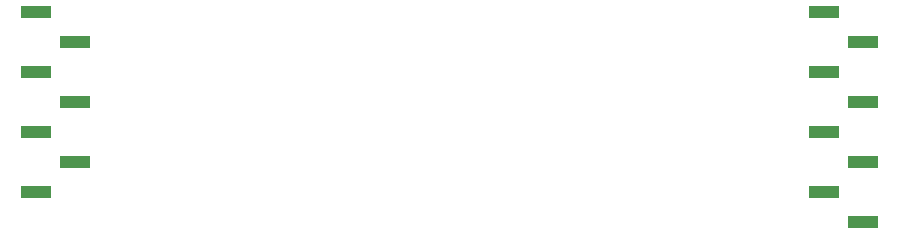
<source format=gbr>
%TF.GenerationSoftware,KiCad,Pcbnew,(6.0.7-1)-1*%
%TF.CreationDate,2022-12-29T08:39:09+01:00*%
%TF.ProjectId,cover_test,636f7665-725f-4746-9573-742e6b696361,rev?*%
%TF.SameCoordinates,Original*%
%TF.FileFunction,Soldermask,Bot*%
%TF.FilePolarity,Negative*%
%FSLAX46Y46*%
G04 Gerber Fmt 4.6, Leading zero omitted, Abs format (unit mm)*
G04 Created by KiCad (PCBNEW (6.0.7-1)-1) date 2022-12-29 08:39:09*
%MOMM*%
%LPD*%
G01*
G04 APERTURE LIST*
%ADD10R,2.510000X1.000000*%
G04 APERTURE END LIST*
D10*
%TO.C,J5*%
X170646999Y-104595000D03*
X167336999Y-102055000D03*
X170646999Y-99515000D03*
X167336999Y-96975000D03*
X170646999Y-94435000D03*
X167336999Y-91895000D03*
X170646999Y-89355000D03*
X167336999Y-86815000D03*
%TD*%
%TO.C,J7*%
X100661999Y-86815000D03*
X103971999Y-89355000D03*
X100661999Y-91895000D03*
X103971999Y-94435000D03*
X100661999Y-96975000D03*
X103971999Y-99515000D03*
X100661999Y-102055000D03*
%TD*%
M02*

</source>
